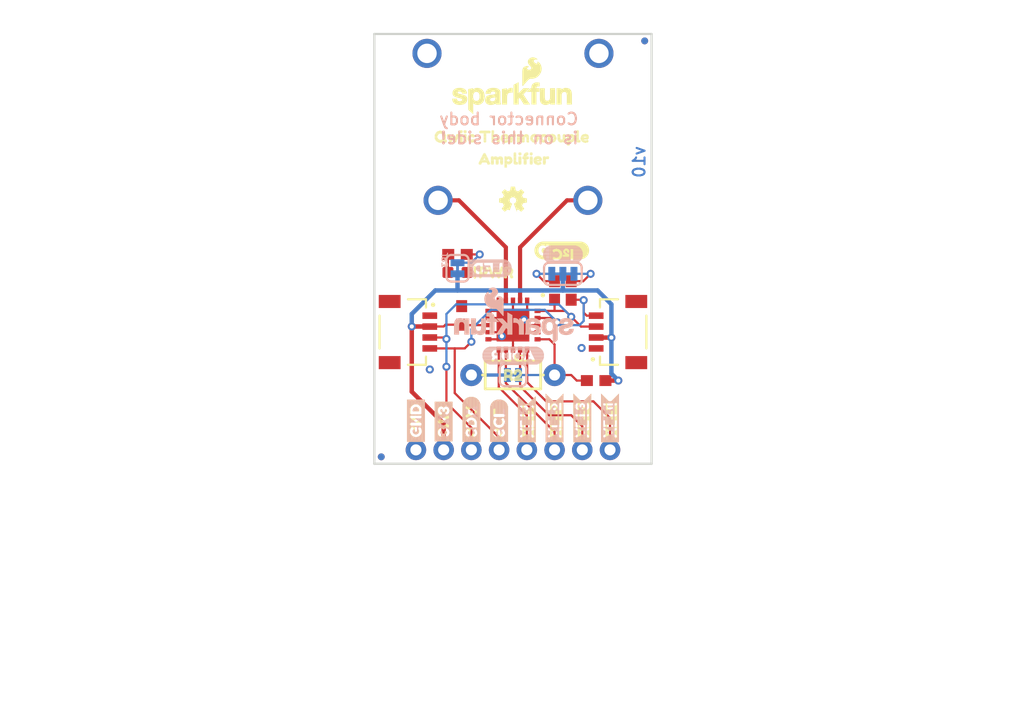
<source format=kicad_pcb>
(kicad_pcb (version 20221018) (generator pcbnew)
  (layers (0 "F.Cu" signal) (31 "B.Cu" signal) (34 "B.Paste" user) (35 "F.Paste" user) (36 "B.SilkS" user "B.Silkscreen") (37 "F.SilkS" user "F.Silkscreen") (38 "B.Mask" user) (39 "F.Mask" user) (44 "Edge.Cuts" user))
  (net 0 "")
  (net 1 "GND")
  (net 2 "3.3V")
  (net 3 "SDA")
  (net 4 "N$1")
  (net 5 "ADDR")
  (net 6 "SCL")
  (net 7 "N$2")
  (net 8 "N$3")
  (net 9 "N$4")
  (net 10 "N$5")
  (net 11 "~{ALT1}")
  (net 12 "~{ALT3}")
  (net 13 "~{ALT4}")
  (net 14 "~{ALT2}")
  (net 15 "N$6")
  (footprint "SparkFun_Qwiic_Thermocouple_Amplifier_PCC:FIDUCIAL-MICRO" (layer "F.Cu") (at 160.5661 85.9536)
    (fp_text reference "FD2" hide)
    (fp_text value "FIDUCIALUFIDUCIAL" hide)
    (pad "1" smd roundrect (at 0 0) (size 0.635 0.635) (layers "F.Cu" "F.Mask") (roundrect_rratio 0.5))
  )
  (footprint "SparkFun_Qwiic_Thermocouple_Amplifier_PCC:STAND-OFF" (layer "F.Cu") (at 138.3411 105.6386)
    (fp_text reference "JP9" hide)
    (fp_text value "STAND-OFF" hide)
    (pad "" np_thru_hole circle (at 0 0) (size 3.302 3.302) (drill 3.302) (layers "*.Cu" "*.Mask"))
  )
  (footprint "SparkFun_Qwiic_Thermocouple_Amplifier_PCC:QWIIC_THERMOCOUPLE2" (layer "F.Cu") (at 140.3731 94.7166)
    (fp_text reference "U$6" hide)
    (fp_text value "" hide)
  )
  (footprint "SparkFun_Qwiic_Thermocouple_Amplifier_PCC:QWIIC_5MM" (layer "F.Cu") (at 152.9461 105.1306)
    (fp_text reference "LOGO3" hide)
    (fp_text value "QWIIC_LOGO_5MM" hide)
  )
  (footprint "SparkFun_Qwiic_Thermocouple_Amplifier_PCC:SCL-[)" (layer "F.Cu") (at 147.2311 123.1646 90)
    (fp_text reference "U$12" hide)
    (fp_text value "" hide)
  )
  (footprint "SparkFun_Qwiic_Thermocouple_Amplifier_PCC:0603" (layer "F.Cu") (at 153.8351 108.8136 90)
    (fp_text reference "R5" hide)
    (fp_text value "2.2k" hide)
    (pad "1" smd rect (at -0.85 0 90) (size 1.1 1) (layers "F.Cu" "F.Paste" "F.Mask") (net 6 "SCL"))
    (pad "2" smd rect (at 0.85 0 90) (size 1.1 1) (layers "F.Cu" "F.Paste" "F.Mask") (net 7 "N$2"))
  )
  (footprint "SparkFun_Qwiic_Thermocouple_Amplifier_PCC:JST04_1MM_RA" (layer "F.Cu") (at 156.1211 112.6236 90)
    (fp_text reference "J2" hide)
    (fp_text value "QWIIC")
    (pad "1" smd rect (at -1.5 0 90) (size 0.6 1.35) (layers "F.Cu" "F.Paste" "F.Mask") (net 1 "GND"))
    (pad "2" smd rect (at -0.5 0 90) (size 0.6 1.35) (layers "F.Cu" "F.Paste" "F.Mask") (net 2 "3.3V"))
    (pad "3" smd rect (at 0.5 0 90) (size 0.6 1.35) (layers "F.Cu" "F.Paste" "F.Mask") (net 3 "SDA"))
    (pad "4" smd rect (at 1.5 0 90) (size 0.6 1.35) (layers "F.Cu" "F.Paste" "F.Mask") (net 6 "SCL"))
    (pad "NC1" smd rect (at 2.8 3.675 90) (size 1.2 2) (layers "F.Cu" "F.Paste" "F.Mask"))
    (pad "NC2" smd rect (at -2.8 3.675 90) (size 1.2 2) (layers "F.Cu" "F.Paste" "F.Mask"))
  )
  (footprint "SparkFun_Qwiic_Thermocouple_Amplifier_PCC:0603" (layer "F.Cu") (at 143.4211 105.5116 180)
    (fp_text reference "R1" hide)
    (fp_text value "1k" hide)
    (pad "1" smd rect (at -0.85 0 180) (size 1.1 1) (layers "F.Cu" "F.Paste" "F.Mask") (net 15 "N$6"))
    (pad "2" smd rect (at 0.85 0 180) (size 1.1 1) (layers "F.Cu" "F.Paste" "F.Mask") (net 4 "N$1"))
  )
  (footprint "SparkFun_Qwiic_Thermocouple_Amplifier_PCC:0603" (layer "F.Cu") (at 152.3111 108.8136 90)
    (fp_text reference "R4" hide)
    (fp_text value "2.2k" hide)
    (pad "1" smd rect (at -0.85 0 90) (size 1.1 1) (layers "F.Cu" "F.Paste" "F.Mask") (net 3 "SDA"))
    (pad "2" smd rect (at 0.85 0 90) (size 1.1 1) (layers "F.Cu" "F.Paste" "F.Mask") (net 8 "N$3"))
  )
  (footprint "SparkFun_Qwiic_Thermocouple_Amplifier_PCC:R21" (layer "F.Cu") (at 146.7231 116.5606)
    (fp_text reference "U$2" hide)
    (fp_text value "" hide)
  )
  (footprint "SparkFun_Qwiic_Thermocouple_Amplifier_PCC:FIDUCIAL-MICRO" (layer "F.Cu") (at 136.4361 124.0536)
    (fp_text reference "FD1" hide)
    (fp_text value "FIDUCIALUFIDUCIAL" hide)
    (pad "1" smd roundrect (at 0 0) (size 0.635 0.635) (layers "F.Cu" "F.Mask") (roundrect_rratio 0.5))
  )
  (footprint "SparkFun_Qwiic_Thermocouple_Amplifier_PCC:STAND-OFF" (layer "F.Cu") (at 158.6611 105.6386)
    (fp_text reference "JP8" hide)
    (fp_text value "STAND-OFF" hide)
    (pad "" np_thru_hole circle (at 0 0) (size 3.302 3.302) (drill 3.302) (layers "*.Cu" "*.Mask"))
  )
  (footprint "SparkFun_Qwiic_Thermocouple_Amplifier_PCC:3V31" (layer "F.Cu") (at 142.1511 123.1646 90)
    (fp_text reference "U$19" hide)
    (fp_text value "" hide)
  )
  (footprint "SparkFun_Qwiic_Thermocouple_Amplifier_PCC:JST04_1MM_RA" (layer "F.Cu") (at 140.8811 112.6236 -90)
    (fp_text reference "J3" hide)
    (fp_text value "QWIIC")
    (pad "1" smd rect (at -1.5 0 270) (size 0.6 1.35) (layers "F.Cu" "F.Paste" "F.Mask") (net 1 "GND"))
    (pad "2" smd rect (at -0.5 0 270) (size 0.6 1.35) (layers "F.Cu" "F.Paste" "F.Mask") (net 2 "3.3V"))
    (pad "3" smd rect (at 0.5 0 270) (size 0.6 1.35) (layers "F.Cu" "F.Paste" "F.Mask") (net 3 "SDA"))
    (pad "4" smd rect (at 1.5 0 270) (size 0.6 1.35) (layers "F.Cu" "F.Paste" "F.Mask") (net 6 "SCL"))
    (pad "NC1" smd rect (at 2.8 3.675 270) (size 1.2 2) (layers "F.Cu" "F.Paste" "F.Mask"))
    (pad "NC2" smd rect (at -2.8 3.675 270) (size 1.2 2) (layers "F.Cu" "F.Paste" "F.Mask"))
  )
  (footprint "SparkFun_Qwiic_Thermocouple_Amplifier_PCC:SFE_LOGO_NAME_FLAME_.1" (layer "F.Cu") (at 148.5011 91.1606)
    (fp_text reference "U$17" hide)
    (fp_text value "" hide)
  )
  (footprint "SparkFun_Qwiic_Thermocouple_Amplifier_PCC:AXIAL-0.3-KIT" (layer "F.Cu") (at 148.5011 116.5606)
    (fp_text reference "R2" (at 0 -1.524) (layer "F.SilkS") (effects (font (size 0.512064 0.512064) (thickness 0.097536)) (justify left)))
    (fp_text value " ")
    (pad "P$1" thru_hole circle (at -3.81 0) (size 2.032 2.032) (drill 1.016) (layers "*.Cu") (net 1 "GND"))
    (pad "P$2" thru_hole circle (at 3.81 0) (size 2.032 2.032) (drill 1.016) (layers "*.Cu") (net 5 "ADDR"))
  )
  (footprint "SparkFun_Qwiic_Thermocouple_Amplifier_PCC:MQFN-20" (layer "F.Cu") (at 148.5011 111.9886 -90)
    (fp_text reference "U1" hide)
    (fp_text value "MCP9600-SMD" hide)
    (pad "1" smd rect (at -2.25 -1.3) (size 0.4 0.55) (layers "F.Cu" "F.Paste" "F.Mask") (net 1 "GND"))
    (pad "2" smd rect (at -2.25 -0.65) (size 0.4 0.55) (layers "F.Cu" "F.Paste" "F.Mask") (net 9 "N$4"))
    (pad "3" smd rect (at -2.25 0) (size 0.4 0.55) (layers "F.Cu" "F.Paste" "F.Mask") (net 1 "GND"))
    (pad "4" smd rect (at -2.25 0.65) (size 0.4 0.55) (layers "F.Cu" "F.Paste" "F.Mask") (net 10 "N$5"))
    (pad "5" smd rect (at -2.25 1.3) (size 0.4 0.55) (layers "F.Cu" "F.Paste" "F.Mask") (net 1 "GND"))
    (pad "6" smd rect (at -1.3 2.25 90) (size 0.4 0.55) (layers "F.Cu" "F.Paste" "F.Mask") (net 1 "GND"))
    (pad "7" smd rect (at -0.65 2.25 90) (size 0.4 0.55) (layers "F.Cu" "F.Paste" "F.Mask") (net 1 "GND"))
    (pad "8" smd rect (at 0 2.25 90) (size 0.4 0.55) (layers "F.Cu" "F.Paste" "F.Mask") (net 2 "3.3V"))
    (pad "9" smd rect (at 0.65 2.25 90) (size 0.4 0.55) (layers "F.Cu" "F.Paste" "F.Mask") (net 1 "GND"))
    (pad "10" smd rect (at 1.3 2.25 90) (size 0.4 0.55) (layers "F.Cu" "F.Paste" "F.Mask") (net 1 "GND"))
    (pad "11" smd rect (at 2.25 1.3 180) (size 0.4 0.55) (layers "F.Cu" "F.Paste" "F.Mask") (net 11 "~{ALT1}"))
    (pad "12" smd rect (at 2.25 0.65) (size 0.4 0.55) (layers "F.Cu" "F.Paste" "F.Mask") (net 14 "~{ALT2}"))
    (pad "13" smd rect (at 2.25 0) (size 0.4 0.55) (layers "F.Cu" "F.Paste" "F.Mask") (net 1 "GND"))
    (pad "14" smd rect (at 2.25 -0.65) (size 0.4 0.55) (layers "F.Cu" "F.Paste" "F.Mask") (net 12 "~{ALT3}"))
    (pad "15" smd rect (at 2.25 -1.3) (size 0.4 0.55) (layers "F.Cu" "F.Paste" "F.Mask") (net 13 "~{ALT4}"))
    (pad "16" smd rect (at 1.3 -2.25 270) (size 0.4 0.55) (layers "F.Cu" "F.Paste" "F.Mask") (net 5 "ADDR"))
    (pad "17" smd rect (at 0.65 -2.25 270) (size 0.4 0.55) (layers "F.Cu" "F.Paste" "F.Mask") (net 1 "GND"))
    (pad "18" smd rect (at 0 -2.25 270) (size 0.4 0.55) (layers "F.Cu" "F.Paste" "F.Mask") (net 1 "GND"))
    (pad "19" smd rect (at -0.65 -2.25 270) (size 0.4 0.55) (layers "F.Cu" "F.Paste" "F.Mask") (net 6 "SCL"))
    (pad "20" smd rect (at -1.3 -2.25 270) (size 0.4 0.55) (layers "F.Cu" "F.Paste" "F.Mask") (net 3 "SDA"))
    (pad "21" smd rect (at 0 0 270) (size 3 3) (layers "F.Cu" "F.Mask") (net 1 "GND"))
  )
  (footprint "SparkFun_Qwiic_Thermocouple_Amplifier_PCC:#ALT40" (layer "F.Cu") (at 157.3911 123.3551 90)
    (fp_text reference "U$11" hide)
    (fp_text value "" hide)
  )
  (footprint "SparkFun_Qwiic_Thermocouple_Amplifier_PCC:1X04_NO_SILK" (layer "F.Cu") (at 149.7711 123.4186)
    (fp_text reference "J4" hide)
    (fp_text value "")
    (pad "1" thru_hole circle (at 0 0 90) (size 1.8796 1.8796) (drill 1.016) (layers "*.Cu" "*.Mask") (net 11 "~{ALT1}"))
    (pad "2" thru_hole circle (at 2.54 0 90) (size 1.8796 1.8796) (drill 1.016) (layers "*.Cu" "*.Mask") (net 14 "~{ALT2}"))
    (pad "3" thru_hole circle (at 5.08 0 90) (size 1.8796 1.8796) (drill 1.016) (layers "*.Cu" "*.Mask") (net 12 "~{ALT3}"))
    (pad "4" thru_hole circle (at 7.62 0 90) (size 1.8796 1.8796) (drill 1.016) (layers "*.Cu" "*.Mask") (net 13 "~{ALT4}"))
  )
  (footprint "SparkFun_Qwiic_Thermocouple_Amplifier_PCC:AMPLIFIER2" (layer "F.Cu") (at 144.4371 96.7486)
    (fp_text reference "U$25" hide)
    (fp_text value "" hide)
  )
  (footprint "SparkFun_Qwiic_Thermocouple_Amplifier_PCC:0603" (layer "F.Cu") (at 143.8021 111.0996 90)
    (fp_text reference "C1" hide)
    (fp_text value "0.1uF" hide)
    (pad "1" smd rect (at -0.85 0 90) (size 1.1 1) (layers "F.Cu" "F.Paste" "F.Mask") (net 2 "3.3V"))
    (pad "2" smd rect (at 0.85 0 90) (size 1.1 1) (layers "F.Cu" "F.Paste" "F.Mask") (net 1 "GND"))
  )
  (footprint "SparkFun_Qwiic_Thermocouple_Amplifier_PCC:#ALT10" (layer "F.Cu") (at 149.7711 123.3551 90)
    (fp_text reference "U$8" hide)
    (fp_text value "" hide)
  )
  (footprint "SparkFun_Qwiic_Thermocouple_Amplifier_PCC:#ALT20" (layer "F.Cu") (at 152.3111 123.3551 90)
    (fp_text reference "U$18" hide)
    (fp_text value "" hide)
  )
  (footprint "SparkFun_Qwiic_Thermocouple_Amplifier_PCC:SDA-[)" (layer "F.Cu") (at 144.6911 123.1646 90)
    (fp_text reference "U$13" hide)
    (fp_text value "" hide)
  )
  (footprint "SparkFun_Qwiic_Thermocouple_Amplifier_PCC:1X04_NO_SILK" (layer "F.Cu") (at 139.6111 123.4186)
    (fp_text reference "J1" hide)
    (fp_text value "PTH" hide)
    (pad "1" thru_hole circle (at 0 0 90) (size 1.8796 1.8796) (drill 1.016) (layers "*.Cu" "*.Mask") (net 1 "GND"))
    (pad "2" thru_hole circle (at 2.54 0 90) (size 1.8796 1.8796) (drill 1.016) (layers "*.Cu" "*.Mask") (net 2 "3.3V"))
    (pad "3" thru_hole circle (at 5.08 0 90) (size 1.8796 1.8796) (drill 1.016) (layers "*.Cu" "*.Mask") (net 3 "SDA"))
    (pad "4" thru_hole circle (at 7.62 0 90) (size 1.8796 1.8796) (drill 1.016) (layers "*.Cu" "*.Mask") (net 6 "SCL"))
  )
  (footprint "SparkFun_Qwiic_Thermocouple_Amplifier_PCC:LED-0603" (layer "F.Cu") (at 143.4211 107.1626)
    (fp_text reference "D1" hide)
    (fp_text value "RED" hide)
    (pad "A" smd roundrect (at -0.877 0 270) (size 1 1) (layers "F.Cu" "F.Paste" "F.Mask") (roundrect_rratio 0.15) (net 4 "N$1"))
    (pad "C" smd roundrect (at 0.877 0 270) (size 1 1) (layers "F.Cu" "F.Paste" "F.Mask") (roundrect_rratio 0.15) (net 1 "GND"))
  )
  (footprint "SparkFun_Qwiic_Thermocouple_Amplifier_PCC:GND-04" (layer "F.Cu") (at 139.6111 123.1646 90)
    (fp_text reference "U$10" hide)
    (fp_text value "" hide)
  )
  (footprint "SparkFun_Qwiic_Thermocouple_Amplifier_PCC:#ALT30" (layer "F.Cu") (at 154.8511 123.3551 90)
    (fp_text reference "U$1" hide)
    (fp_text value "" hide)
  )
  (footprint "SparkFun_Qwiic_Thermocouple_Amplifier_PCC:OSHW-LOGO-MINI" (layer "F.Cu") (at 148.5011 100.5586)
    (fp_text reference "LOGO1" hide)
    (fp_text value "OSHW-LOGOMINI" hide)
  )
  (footprint "SparkFun_Qwiic_Thermocouple_Amplifier_PCC:PWR0" (layer "F.Cu") (at 144.4371 107.1626)
    (fp_text reference "U$15" hide)
    (fp_text value "" hide)
  )
  (footprint "SparkFun_Qwiic_Thermocouple_Amplifier_PCC:CREATIVE_COMMONS" (layer "F.Cu") (at 121.8311 143.7386)
    (fp_text reference "FRAME1" hide)
    (fp_text value "FRAME-LETTER" hide)
  )
  (footprint "SparkFun_Qwiic_Thermocouple_Amplifier_PCC:0603" (layer "F.Cu") (at 156.1211 117.0686)
    (fp_text reference "R3" hide)
    (fp_text value "10k" hide)
    (pad "1" smd rect (at -0.85 0) (size 1.1 1) (layers "F.Cu" "F.Paste" "F.Mask") (net 5 "ADDR"))
    (pad "2" smd rect (at 0.85 0) (size 1.1 1) (layers "F.Cu" "F.Paste" "F.Mask") (net 2 "3.3V"))
  )
  (footprint "SparkFun_Qwiic_Thermocouple_Amplifier_PCC:SMT-JUMPER_3_2-NC_TRACE_SILK" (layer "B.Cu") (at 153.0731 107.2896 180)
    (fp_text reference "JP2" hide)
    (fp_text value "I2C")
    (fp_line (start 0 0) (end -1.016 0) (stroke (width 0.254)) (layer "B.Cu"))
    (fp_line (start 0 0) (end 1.016 0) (stroke (width 0.254)) (layer "B.Cu"))
    (pad "1" smd rect (at -1.016 0 180) (size 0.635 1.27) (layers "B.Cu" "B.Mask") (net 7 "N$2"))
    (pad "2" smd rect (at 0 0 180) (size 0.635 1.27) (layers "B.Cu" "B.Mask") (net 2 "3.3V"))
    (pad "3" smd rect (at 1.016 0 180) (size 0.635 1.27) (layers "B.Cu" "B.Mask") (net 8 "N$3"))
  )
  (footprint "SparkFun_Qwiic_Thermocouple_Amplifier_PCC:SCL-[)" (layer "B.Cu") (at 147.2311 123.1646 90)
    (fp_text reference "U$9" hide)
    (fp_text value "" hide)
  )
  (footprint "SparkFun_Qwiic_Thermocouple_Amplifier_PCC:ADDR1" (layer "B.Cu") (at 151.4221 114.7826 180)
    (fp_text reference "U$22" hide)
    (fp_text value "" hide)
  )
  (footprint "SparkFun_Qwiic_Thermocouple_Amplifier_PCC:LED0" (layer "B.Cu") (at 148.5011 106.7816 180)
    (fp_text reference "U$20" hide)
    (fp_text value "" hide)
  )
  (footprint "SparkFun_Qwiic_Thermocouple_Amplifier_PCC:PCC-SMP" (layer "B.Cu") (at 148.5011 100.5586)
    (fp_text reference "J5" hide)
    (fp_text value "PCB_THERMOCOUPLE" hide)
    (pad "+" thru_hole circle (at 6.858 0) (size 2.667 2.667) (drill 1.778) (layers "*.Cu" "*.Mask") (net 9 "N$4"))
    (pad "-" thru_hole circle (at -6.858 0) (size 2.667 2.667) (drill 1.778) (layers "*.Cu" "*.Mask") (net 10 "N$5"))
    (pad "CLIP1" thru_hole circle (at -7.874 -13.462) (size 2.667 2.667) (drill 1.778) (layers "*.Cu" "*.Mask"))
    (pad "CLIP2" thru_hole circle (at 7.874 -13.462) (size 2.667 2.667) (drill 1.778) (layers "*.Cu" "*.Mask"))
  )
  (footprint "SparkFun_Qwiic_Thermocouple_Amplifier_PCC:FIDUCIAL-MICRO" (layer "B.Cu") (at 160.5661 85.9536 180)
    (fp_text reference "FD3" hide)
    (fp_text value "FIDUCIALUFIDUCIAL" hide)
    (pad "1" smd roundrect (at 0 0 180) (size 0.635 0.635) (layers "B.Cu" "B.Mask") (roundrect_rratio 0.5))
  )
  (footprint "SparkFun_Qwiic_Thermocouple_Amplifier_PCC:3V31" (layer "B.Cu") (at 142.1511 123.1646 90)
    (fp_text reference "U$16" hide)
    (fp_text value "" hide)
  )
  (footprint "SparkFun_Qwiic_Thermocouple_Amplifier_PCC:SFE_LOGO_NAME_FLAME_.1" (layer "B.Cu") (at 148.5011 112.2426 180)
    (fp_text reference "LOGO2" hide)
    (fp_text value "SFE_LOGO_NAME_FLAME.1_INCH" hide)
  )
  (footprint "SparkFun_Qwiic_Thermocouple_Amplifier_PCC:FIDUCIAL-MICRO" (layer "B.Cu") (at 136.4361 124.0536 180)
    (fp_text reference "FD4" hide)
    (fp_text value "FIDUCIALUFIDUCIAL" hide)
    (pad "1" smd roundrect (at 0 0 180) (size 0.635 0.635) (layers "B.Cu" "B.Mask") (roundrect_rratio 0.5))
  )
  (footprint "SparkFun_Qwiic_Thermocouple_Amplifier_PCC:#ALT40" (layer "B.Cu") (at 157.3911 123.3551 90)
    (fp_text reference "U$7" hide)
    (fp_text value "" hide)
  )
  (footprint "SparkFun_Qwiic_Thermocouple_Amplifier_PCC:SMT-JUMPER_2_NC_TRACE_SILK" (layer "B.Cu") (at 143.4211 106.7816 -90)
    (fp_text reference "JP3" (at 0 1.143 -270) (layer "B.SilkS") (effects (font (size 0.512064 0.512064) (thickness 0.097536)) (justify right mirror)))
    (fp_text value "")
    (fp_line (start -0.508 0) (end 0.508 0) (stroke (width 0.254)) (layer "B.Cu"))
    (pad "1" smd rect (at -0.508 0 270) (size 0.635 1.27) (layers "B.Cu" "B.Mask") (net 15 "N$6"))
    (pad "2" smd rect (at 0.508 0 270) (size 0.635 1.27) (layers "B.Cu" "B.Mask") (net 2 "3.3V"))
  )
  (footprint "SparkFun_Qwiic_Thermocouple_Amplifier_PCC:SDA-[)" (layer "B.Cu") (at 144.6911 123.1646 90)
    (fp_text reference "U$14" hide)
    (fp_text value "" hide)
  )
  (footprint "SparkFun_Qwiic_Thermocouple_Amplifier_PCC:#ALT30" (layer "B.Cu") (at 154.8511 123.3551 90)
    (fp_text reference "U$5" hide)
    (fp_text value "" hide)
  )
  (footprint "SparkFun_Qwiic_Thermocouple_Amplifier_PCC:#ALT10" (layer "B.Cu") (at 149.7711 123.3551 90)
    (fp_text reference "U$3" hide)
    (fp_text value "" hide)
  )
  (footprint "SparkFun_Qwiic_Thermocouple_Amplifier_PCC:SMT-JUMPER_2_NC_TRACE_SILK" (layer "B.Cu") (at 148.5011 116.5606 180)
    (fp_text reference "JP1" hide)
    (fp_text value "")
    (fp_line (start -0.508 0) (end 0.508 0) (stroke (width 0.254)) (layer "B.Cu"))
    (pad "1" smd rect (at -0.508 0 180) (size 0.635 1.27) (layers "B.Cu" "B.Mask") (net 5 "ADDR"))
    (pad "2" smd rect (at 0.508 0 180) (size 0.635 1.27) (layers "B.Cu" "B.Mask") (net 1 "GND"))
  )
  (footprint "SparkFun_Qwiic_Thermocouple_Amplifier_PCC:I_SUPER2_C-()-04" (layer "B.Cu") (at 154.9781 105.5116 180)
    (fp_text reference "U$21" hide)
    (fp_text value "" hide)
  )
  (footprint "SparkFun_Qwiic_Thermocouple_Amplifier_PCC:GND-04" (layer "B.Cu") (at 139.6111 123.1646 90)
    (fp_text reference "U$23" hide)
    (fp_text value "" hide)
  )
  (footprint "SparkFun_Qwiic_Thermocouple_Amplifier_PCC:#ALT20" (layer "B.Cu") (at 152.3111 123.3551 90)
    (fp_text reference "U$4" hide)
    (fp_text value "" hide)
  )
  (gr_line (start 161.2011 85.3186) (end 161.2011 124.6886) (stroke (width 0.2032)) (layer "Edge.Cuts"))
  (gr_line (start 135.8011 85.3186) (end 161.2011 85.3186) (stroke (width 0.2032)) (layer "Edge.Cuts"))
  (gr_line (start 135.8011 124.6886) (end 135.8011 85.3186) (stroke (width 0.2032)) (layer "Edge.Cuts"))
  (gr_line (start 161.2011 124.6886) (end 135.8011 124.6886) (stroke (width 0.2032)) (layer "Edge.Cuts"))
  (gr_text "v10" (at 160.6931 95.4786 -270) (layer "B.Cu") (effects (font (size 1.0795 1.0795) (thickness 0.1905)) (justify left bottom mirror)))
  (gr_text "Connector body\nis on this side!" (at 154.5971 95.4786) (layer "B.SilkS") (effects (font (size 1.0795 1.0795) (thickness 0.1905)) (justify left bottom mirror)))
  (segment (start 148.5011 109.7386) (end 148.5011 111.9886) (width 0.2032) (layer "F.Cu") (net 1))
  (segment (start 149.8011 109.7386) (end 149.8011 111.9886) (width 0.2032) (layer "F.Cu") (net 1))
  (segment (start 150.7511 112.6386) (end 148.5011 112.6386) (width 0.2032) (layer "F.Cu") (net 1))
  (segment (start 149.8011 111.9886) (end 148.5011 111.9886) (width 0.2032) (layer "F.Cu") (net 1))
  (segment (start 148.5011 110.6886) (end 148.5011 111.9886) (width 0.2032) (layer "F.Cu") (net 1))
  (segment (start 147.2011 109.7386) (end 147.2011 111.9886) (width 0.2032) (layer "F.Cu") (net 1))
  (segment (start 148.5011 114.2386) (end 148.5011 111.9886) (width 0.2032) (layer "F.Cu") (net 1))
  (segment (start 148.5011 112.6386) (end 148.5011 111.9886) (width 0.2032) (layer "F.Cu") (net 1))
  (segment (start 146.2511 112.6386) (end 148.5011 112.6386) (width 0.2032) (layer "F.Cu") (net 1))
  (segment (start 146.2511 111.3386) (end 148.5011 111.3386) (width 0.2032) (layer "F.Cu") (net 1))
  (segment (start 147.2011 111.9886) (end 148.5011 111.9886) (width 0.2032) (layer "F.Cu") (net 1))
  (segment (start 148.5011 111.3386) (end 148.5011 111.9886) (width 0.2032) (layer "F.Cu") (net 1))
  (segment (start 150.7511 111.9886) (end 148.5011 111.9886) (width 0.2032) (layer "F.Cu") (net 1))
  (segment (start 146.2511 113.2886) (end 148.5011 113.2886) (width 0.2032) (layer "F.Cu") (net 1))
  (segment (start 148.5011 113.2886) (end 148.5011 111.9886) (width 0.2032) (layer "F.Cu") (net 1))
  (segment (start 146.2511 110.6886) (end 148.5011 110.6886) (width 0.2032) (layer "F.Cu") (net 1))
  (via (at 149.5171 111.4806) (size 0.7366) (drill 0.381) (layers "F.Cu" "B.Cu") (net 1))
  (via (at 154.7876 114.0841) (size 0.7366) (drill 0.381) (layers "F.Cu" "B.Cu") (net 1))
  (via (at 147.4851 113.0046) (size 0.7366) (drill 0.381) (layers "F.Cu" "B.Cu") (net 1))
  (via (at 140.8811 116.0526) (size 0.7366) (drill 0.381) (layers "F.Cu" "B.Cu") (net 1))
  (segment (start 147.9931 116.5606) (end 144.6911 116.5606) (width 0.3048) (layer "B.Cu") (net 1))
  (segment (start 142.1511 112.1156) (end 140.8891 112.1156) (width 0.2032) (layer "F.Cu") (net 2))
  (segment (start 156.1291 113.1316) (end 157.5181 113.1316) (width 0.4064) (layer "F.Cu") (net 2))
  (segment (start 143.8411 111.9886) (end 143.8021 111.9496) (width 0.2032) (layer "F.Cu") (net 2))
  (segment (start 156.1211 113.1236) (end 156.1291 113.1316) (width 0.4064) (layer "F.Cu") (net 2))
  (segment (start 143.8021 111.9496) (end 142.3171 111.9496) (width 0.2032) (layer "F.Cu") (net 2))
  (segment (start 140.8811 112.1236) (end 140.8731 112.1156) (width 0.4064) (layer "F.Cu") (net 2))
  (segment (start 146.2511 111.9886) (end 143.8411 111.9886) (width 0.2032) (layer "F.Cu") (net 2))
  (segment (start 139.2301 118.0846) (end 139.2301 112.1156) (width 0.4064) (layer "F.Cu") (net 2))
  (segment (start 139.2301 118.0846) (end 142.1511 121.0056) (width 0.4064) (layer "F.Cu") (net 2))
  (segment (start 142.1511 121.0056) (end 142.1511 123.4186) (width 0.4064) (layer "F.Cu") (net 2))
  (segment (start 156.9711 117.0686) (end 158.1531 117.0686) (width 0.4064) (layer "F.Cu") (net 2))
  (segment (start 142.3171 111.9496) (end 142.1511 112.1156) (width 0.2032) (layer "F.Cu") (net 2))
  (segment (start 140.8731 112.1156) (end 139.2301 112.1156) (width 0.4064) (layer "F.Cu") (net 2))
  (segment (start 140.8891 112.1156) (end 140.8811 112.1236) (width 0.2032) (layer "F.Cu") (net 2))
  (via (at 158.1531 117.0686) (size 0.7366) (drill 0.381) (layers "F.Cu" "B.Cu") (net 2))
  (via (at 157.5181 113.1316) (size 0.7366) (drill 0.381) (layers "F.Cu" "B.Cu") (net 2))
  (via (at 139.2301 112.1156) (size 0.7366) (drill 0.381) (layers "F.Cu" "B.Cu") (net 2))
  (segment (start 153.0731 107.2896) (end 153.0731 108.8136) (width 0.4064) (layer "B.Cu") (net 2))
  (segment (start 141.3891 108.8136) (end 143.4211 108.8136) (width 0.4064) (layer "B.Cu") (net 2))
  (segment (start 139.2301 112.1156) (end 139.2301 110.9726) (width 0.4064) (layer "B.Cu") (net 2))
  (segment (start 157.5181 110.0836) (end 157.5181 113.1316) (width 0.4064) (layer "B.Cu") (net 2))
  (segment (start 143.4211 108.8136) (end 153.0731 108.8136) (width 0.4064) (layer "B.Cu") (net 2))
  (segment (start 156.2481 108.8136) (end 157.5181 110.0836) (width 0.4064) (layer "B.Cu") (net 2))
  (segment (start 157.5181 116.4336) (end 158.1531 117.0686) (width 0.4064) (layer "B.Cu") (net 2))
  (segment (start 153.0731 108.8136) (end 156.2481 108.8136) (width 0.4064) (layer "B.Cu") (net 2))
  (segment (start 157.5181 113.1316) (end 157.5181 116.4336) (width 0.4064) (layer "B.Cu") (net 2))
  (segment (start 143.4211 107.2896) (end 143.4211 108.8136) (width 0.4064) (layer "B.Cu") (net 2))
  (segment (start 139.2301 110.9726) (end 141.3891 108.8136) (width 0.4064) (layer "B.Cu") (net 2))
  (segment (start 144.6911 121.3866) (end 142.4051 119.1006) (width 0.2032) (layer "F.Cu") (net 3))
  (segment (start 154.7321 112.1236) (end 156.1211 112.1236) (width 0.2032) (layer "F.Cu") (net 3))
  (segment (start 152.3111 110.6886) (end 153.2971 110.6886) (width 0.2032) (layer "F.Cu") (net 3))
  (segment (start 142.4051 113.1236) (end 140.8811 113.1236) (width 0.2032) (layer "F.Cu") (net 3))
  (segment (start 153.2971 110.6886) (end 153.8351 111.2266) (width 0.2032) (layer "F.Cu") (net 3))
  (segment (start 152.3111 109.6636) (end 152.3111 110.6886) (width 0.2032) (layer "F.Cu") (net 3))
  (segment (start 144.6911 123.4186) (end 144.6911 121.3866) (width 0.2032) (layer "F.Cu") (net 3))
  (segment (start 142.4051 119.1006) (end 142.4051 115.7986) (width 0.2032) (layer "F.Cu") (net 3))
  (segment (start 153.8351 111.2266) (end 154.7321 112.1236) (width 0.2032) (layer "F.Cu") (net 3))
  (segment (start 150.7511 110.6886) (end 152.3111 110.6886) (width 0.2032) (layer "F.Cu") (net 3))
  (segment (start 142.4051 113.2586) (end 142.4051 113.1236) (width 0.2032) (layer "F.Cu") (net 3))
  (via (at 153.8351 111.2266) (size 0.7366) (drill 0.381) (layers "F.Cu" "B.Cu") (net 3))
  (via (at 142.4051 113.2586) (size 0.7366) (drill 0.381) (layers "F.Cu" "B.Cu") (net 3))
  (via (at 142.4051 115.7986) (size 0.7366) (drill 0.381) (layers "F.Cu" "B.Cu") (net 3))
  (segment (start 143.2941 110.0836) (end 142.4051 110.9726) (width 0.2032) (layer "B.Cu") (net 3))
  (segment (start 142.4051 110.9726) (end 142.4051 113.2586) (width 0.2032) (layer "B.Cu") (net 3))
  (segment (start 153.8351 111.2266) (end 152.6921 110.0836) (width 0.2032) (layer "B.Cu") (net 3))
  (segment (start 152.6921 110.0836) (end 143.2941 110.0836) (width 0.2032) (layer "B.Cu") (net 3))
  (segment (start 142.4051 115.7986) (end 142.4051 113.2586) (width 0.2032) (layer "B.Cu") (net 3))
  (segment (start 142.5711 105.5116) (end 142.5441 105.5386) (width 0.2032) (layer "F.Cu") (net 4))
  (segment (start 142.5441 105.5386) (end 142.5441 107.1626) (width 0.2032) (layer "F.Cu") (net 4))
  (segment (start 153.8351 116.5606) (end 152.3111 116.5606) (width 0.2032) (layer "F.Cu") (net 5))
  (segment (start 151.8331 113.2886) (end 152.3111 113.7666) (width 0.2032) (layer "F.Cu") (net 5))
  (segment (start 152.3111 113.7666) (end 152.3111 116.5606) (width 0.2032) (layer "F.Cu") (net 5))
  (segment (start 154.3431 117.0686) (end 153.8351 116.5606) (width 0.2032) (layer "F.Cu") (net 5))
  (segment (start 155.2711 117.0686) (end 154.3431 117.0686) (width 0.2032) (layer "F.Cu") (net 5))
  (segment (start 150.7511 113.2886) (end 151.8331 113.2886) (width 0.2032) (layer "F.Cu") (net 5))
  (segment (start 149.0091 116.5606) (end 152.3111 116.5606) (width 0.2032) (layer "B.Cu") (net 5))
  (segment (start 152.1691 111.3386) (end 152.5651 111.7346) (width 0.2032) (layer "F.Cu") (net 6))
  (segment (start 147.2311 122.2756) (end 147.2311 123.4186) (width 0.2032) (layer "F.Cu") (net 6))
  (segment (start 144.0801 114.1236) (end 143.1671 114.1236) (width 0.2032) (layer "F.Cu") (net 6))
  (segment (start 154.9781 109.6636) (end 154.9781 109.7026) (width 0.2032) (layer "F.Cu") (net 6))
  (segment (start 143.1671 118.2116) (end 147.2311 122.2756) (width 0.2032) (layer "F.Cu") (net 6))
  (segment (start 154.9781 109.7026) (end 154.9781 110.8456) (width 0.2032) (layer "F.Cu") (net 6))
  (segment (start 143.1671 114.1236) (end 143.1671 118.2116) (width 0.2032) (layer "F.Cu") (net 6))
  (segment (start 154.9781 110.8456) (end 155.2561 111.1236) (width 0.2032) (layer "F.Cu") (net 6))
  (segment (start 153.8351 109.6636) (end 154.9781 109.6636) (width 0.2032) (layer "F.Cu") (net 6))
  (segment (start 155.2561 111.1236) (end 156.1211 111.1236) (width 0.2032) (layer "F.Cu") (net 6))
  (segment (start 144.6911 113.5126) (end 144.0801 114.1236) (width 0.2032) (layer "F.Cu") (net 6))
  (segment (start 150.7511 111.3386) (end 152.1691 111.3386) (width 0.2032) (layer "F.Cu") (net 6))
  (segment (start 140.8811 114.1236) (end 143.1671 114.1236) (width 0.2032) (layer "F.Cu") (net 6))
  (via (at 154.9781 109.7026) (size 0.7366) (drill 0.381) (layers "F.Cu" "B.Cu") (net 6))
  (via (at 152.5651 111.7346) (size 0.7366) (drill 0.381) (layers "F.Cu" "B.Cu") (net 6))
  (via (at 144.6911 113.5126) (size 0.7366) (drill 0.381) (layers "F.Cu" "B.Cu") (net 6))
  (segment (start 154.9781 111.6076) (end 154.9781 109.7026) (width 0.2032) (layer "B.Cu") (net 6))
  (segment (start 154.5971 111.9886) (end 154.9781 111.6076) (width 0.2032) (layer "B.Cu") (net 6))
  (segment (start 154.5971 111.9886) (end 152.8191 111.9886) (width 0.2032) (layer "B.Cu") (net 6))
  (segment (start 144.6911 112.3696) (end 144.6911 113.5126) (width 0.2032) (layer "B.Cu") (net 6))
  (segment (start 151.4221 110.5916) (end 146.4691 110.5916) (width 0.2032) (layer "B.Cu") (net 6))
  (segment (start 152.5651 111.7346) (end 151.4221 110.5916) (width 0.2032) (layer "B.Cu") (net 6))
  (segment (start 146.4691 110.5916) (end 144.6911 112.3696) (width 0.2032) (layer "B.Cu") (net 6))
  (segment (start 152.5651 111.7346) (end 152.8191 111.9886) (width 0.2032) (layer "B.Cu") (net 6))
  (segment (start 153.8351 107.9636) (end 154.9391 107.9636) (width 0.2032) (layer "F.Cu") (net 7))
  (segment (start 154.9391 107.9636) (end 155.6131 107.2896) (width 0.2032) (layer "F.Cu") (net 7))
  (via (at 155.6131 107.2896) (size 0.7366) (drill 0.381) (layers "F.Cu" "B.Cu") (net 7))
  (segment (start 154.0891 107.2896) (end 155.6131 107.2896) (width 0.2032) (layer "B.Cu") (net 7))
  (segment (start 152.3111 107.9636) (end 151.3341 107.9636) (width 0.2032) (layer "F.Cu") (net 8))
  (segment (start 151.3341 107.9636) (end 150.6601 107.2896) (width 0.2032) (layer "F.Cu") (net 8))
  (via (at 150.6601 107.2896) (size 0.7366) (drill 0.381) (layers "F.Cu" "B.Cu") (net 8))
  (segment (start 152.0571 107.2896) (end 150.6601 107.2896) (width 0.2032) (layer "B.Cu") (net 8))
  (segment (start 149.1511 109.7386) (end 149.1511 104.8616) (width 0.381) (layer "F.Cu") (net 9))
  (segment (start 155.3591 100.5586) (end 153.4541 100.5586) (width 0.381) (layer "F.Cu") (net 9))
  (segment (start 153.4541 100.5586) (end 149.1511 104.8616) (width 0.381) (layer "F.Cu") (net 9))
  (segment (start 141.6431 100.5586) (end 143.5481 100.5586) (width 0.381) (layer "F.Cu") (net 10))
  (segment (start 147.8511 109.7386) (end 147.8511 104.8616) (width 0.381) (layer "F.Cu") (net 10))
  (segment (start 147.8511 104.8616) (end 143.5481 100.5586) (width 0.381) (layer "F.Cu") (net 10))
  (segment (start 147.2011 117.6736) (end 147.2011 114.2386) (width 0.2032) (layer "F.Cu") (net 11))
  (segment (start 149.7711 120.2436) (end 149.7711 123.4186) (width 0.2032) (layer "F.Cu") (net 11))
  (segment (start 149.7711 120.2436) (end 147.2011 117.6736) (width 0.2032) (layer "F.Cu") (net 11))
  (segment (start 149.1511 114.2386) (end 149.1511 117.5916) (width 0.2032) (layer "F.Cu") (net 12))
  (segment (start 153.8351 120.2436) (end 154.8511 121.2596) (width 0.2032) (layer "F.Cu") (net 12))
  (segment (start 149.1511 117.5916) (end 151.8031 120.2436) (width 0.2032) (layer "F.Cu") (net 12))
  (segment (start 151.8031 120.2436) (end 153.8351 120.2436) (width 0.2032) (layer "F.Cu") (net 12))
  (segment (start 154.8511 121.2596) (end 154.8511 123.4186) (width 0.2032) (layer "F.Cu") (net 12))
  (segment (start 149.8011 117.2256) (end 151.5491 118.9736) (width 0.2032) (layer "F.Cu") (net 13))
  (segment (start 157.3911 120.4976) (end 157.3911 123.4186) (width 0.2032) (layer "F.Cu") (net 13))
  (segment (start 155.8671 118.9736) (end 157.3911 120.4976) (width 0.2032) (layer "F.Cu") (net 13))
  (segment (start 149.8011 114.2386) (end 149.8011 117.2256) (width 0.2032) (layer "F.Cu") (net 13))
  (segment (start 151.5491 118.9736) (end 155.8671 118.9736) (width 0.2032) (layer "F.Cu") (net 13))
  (segment (start 152.3111 121.7676) (end 152.3111 123.4186) (width 0.2032) (layer "F.Cu") (net 14))
  (segment (start 147.8511 114.2386) (end 147.8511 117.3076) (width 0.2032) (layer "F.Cu") (net 14))
  (segment (start 147.8511 117.3076) (end 151.4221 120.8786) (width 0.2032) (layer "F.Cu") (net 14))
  (segment (start 151.4221 120.8786) (end 152.3111 121.7676) (width 0.2032) (layer "F.Cu") (net 14))
  (segment (start 144.2711 105.5116) (end 145.4531 105.5116) (width 0.2032) (layer "F.Cu") (net 15))
  (via (at 145.4531 105.5116) (size 0.7366) (drill 0.381) (layers "F.Cu" "B.Cu") (net 15))
  (segment (start 143.4211 106.2736) (end 144.6911 106.2736) (width 0.2032) (layer "B.Cu") (net 15))
  (segment (start 144.6911 106.2736) (end 145.4531 105.5116) (width 0.2032) (layer "B.Cu") (net 15))
)
</source>
